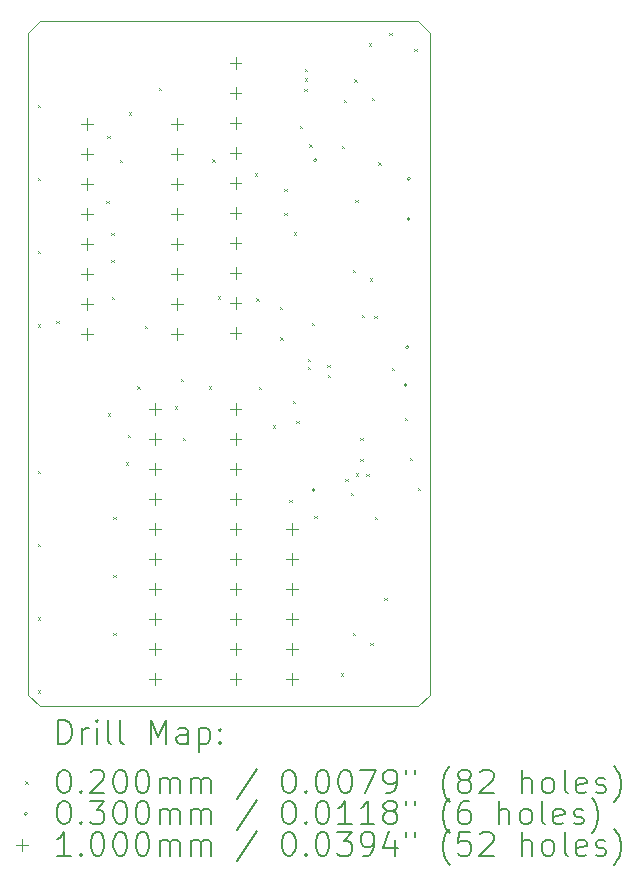
<source format=gbr>
%TF.GenerationSoftware,KiCad,Pcbnew,8.0.5*%
%TF.CreationDate,2024-11-12T16:02:26-04:00*%
%TF.ProjectId,RAMAUXB_V2_Github,52414d41-5558-4425-9f56-325f47697468,rev?*%
%TF.SameCoordinates,Original*%
%TF.FileFunction,Drillmap*%
%TF.FilePolarity,Positive*%
%FSLAX45Y45*%
G04 Gerber Fmt 4.5, Leading zero omitted, Abs format (unit mm)*
G04 Created by KiCad (PCBNEW 8.0.5) date 2024-11-12 16:02:26*
%MOMM*%
%LPD*%
G01*
G04 APERTURE LIST*
%ADD10C,0.100000*%
%ADD11C,0.200000*%
G04 APERTURE END LIST*
D10*
X11000000Y-8803000D02*
X7800000Y-8803000D01*
X11100000Y-8903000D02*
X11100000Y-14504000D01*
X7799000Y-14604000D02*
X7800000Y-14604000D01*
X11100000Y-14504000D02*
X11000000Y-14604000D01*
X7699000Y-14504000D02*
X7799000Y-14604000D01*
X7800000Y-8803000D02*
X7700000Y-8903000D01*
X7699000Y-8903000D02*
X7699000Y-14504000D01*
X7700000Y-8903000D02*
X7699000Y-8903000D01*
X11000000Y-8803000D02*
X11100000Y-8903000D01*
X11000000Y-14604000D02*
X7800000Y-14604000D01*
D11*
D10*
X7783000Y-9509000D02*
X7803000Y-9529000D01*
X7803000Y-9509000D02*
X7783000Y-9529000D01*
X7783000Y-10129125D02*
X7803000Y-10149125D01*
X7803000Y-10129125D02*
X7783000Y-10149125D01*
X7783000Y-10749250D02*
X7803000Y-10769250D01*
X7803000Y-10749250D02*
X7783000Y-10769250D01*
X7783000Y-11369375D02*
X7803000Y-11389375D01*
X7803000Y-11369375D02*
X7783000Y-11389375D01*
X7783000Y-12609625D02*
X7803000Y-12629625D01*
X7803000Y-12609625D02*
X7783000Y-12629625D01*
X7783000Y-13229750D02*
X7803000Y-13249750D01*
X7803000Y-13229750D02*
X7783000Y-13249750D01*
X7783000Y-13849875D02*
X7803000Y-13869875D01*
X7803000Y-13849875D02*
X7783000Y-13869875D01*
X7783000Y-14467250D02*
X7803000Y-14487250D01*
X7803000Y-14467250D02*
X7783000Y-14487250D01*
X7937000Y-11340000D02*
X7957000Y-11360000D01*
X7957000Y-11340000D02*
X7937000Y-11360000D01*
X8362000Y-10323000D02*
X8382000Y-10343000D01*
X8382000Y-10323000D02*
X8362000Y-10343000D01*
X8370000Y-9771000D02*
X8390000Y-9791000D01*
X8390000Y-9771000D02*
X8370000Y-9791000D01*
X8376000Y-12123000D02*
X8396000Y-12143000D01*
X8396000Y-12123000D02*
X8376000Y-12143000D01*
X8404000Y-10593000D02*
X8424000Y-10613000D01*
X8424000Y-10593000D02*
X8404000Y-10613000D01*
X8404000Y-10824000D02*
X8424000Y-10844000D01*
X8424000Y-10824000D02*
X8404000Y-10844000D01*
X8405000Y-11138000D02*
X8425000Y-11158000D01*
X8425000Y-11138000D02*
X8405000Y-11158000D01*
X8419000Y-13000000D02*
X8439000Y-13020000D01*
X8439000Y-13000000D02*
X8419000Y-13020000D01*
X8419000Y-13491000D02*
X8439000Y-13511000D01*
X8439000Y-13491000D02*
X8419000Y-13511000D01*
X8419000Y-13982000D02*
X8439000Y-14002000D01*
X8439000Y-13982000D02*
X8419000Y-14002000D01*
X8475000Y-9977000D02*
X8495000Y-9997000D01*
X8495000Y-9977000D02*
X8475000Y-9997000D01*
X8524940Y-12539520D02*
X8544940Y-12559520D01*
X8544940Y-12539520D02*
X8524940Y-12559520D01*
X8545180Y-12307880D02*
X8565180Y-12327880D01*
X8565180Y-12307880D02*
X8545180Y-12327880D01*
X8552000Y-9576000D02*
X8572000Y-9596000D01*
X8572000Y-9576000D02*
X8552000Y-9596000D01*
X8624000Y-11895000D02*
X8644000Y-11915000D01*
X8644000Y-11895000D02*
X8624000Y-11915000D01*
X8687000Y-11385000D02*
X8707000Y-11405000D01*
X8707000Y-11385000D02*
X8687000Y-11405000D01*
X8805000Y-9366000D02*
X8825000Y-9386000D01*
X8825000Y-9366000D02*
X8805000Y-9386000D01*
X8939000Y-12065000D02*
X8959000Y-12085000D01*
X8959000Y-12065000D02*
X8939000Y-12085000D01*
X8990000Y-11830000D02*
X9010000Y-11850000D01*
X9010000Y-11830000D02*
X8990000Y-11850000D01*
X9009700Y-12329000D02*
X9029700Y-12349000D01*
X9029700Y-12329000D02*
X9009700Y-12349000D01*
X9229000Y-11894000D02*
X9249000Y-11914000D01*
X9249000Y-11894000D02*
X9229000Y-11914000D01*
X9256890Y-9973810D02*
X9276890Y-9993810D01*
X9276890Y-9973810D02*
X9256890Y-9993810D01*
X9304650Y-11131340D02*
X9324650Y-11151340D01*
X9324650Y-11131340D02*
X9304650Y-11151340D01*
X9619500Y-10090000D02*
X9639500Y-10110000D01*
X9639500Y-10090000D02*
X9619500Y-10110000D01*
X9630000Y-11150000D02*
X9650000Y-11170000D01*
X9650000Y-11150000D02*
X9630000Y-11170000D01*
X9652000Y-11900000D02*
X9672000Y-11920000D01*
X9672000Y-11900000D02*
X9652000Y-11920000D01*
X9770000Y-12224000D02*
X9790000Y-12244000D01*
X9790000Y-12224000D02*
X9770000Y-12244000D01*
X9830000Y-11220000D02*
X9850000Y-11240000D01*
X9850000Y-11220000D02*
X9830000Y-11240000D01*
X9835000Y-11479000D02*
X9855000Y-11499000D01*
X9855000Y-11479000D02*
X9835000Y-11499000D01*
X9867000Y-10220000D02*
X9887000Y-10240000D01*
X9887000Y-10220000D02*
X9867000Y-10240000D01*
X9868000Y-10425000D02*
X9888000Y-10445000D01*
X9888000Y-10425000D02*
X9868000Y-10445000D01*
X9911470Y-12854591D02*
X9931470Y-12874591D01*
X9931470Y-12854591D02*
X9911470Y-12874591D01*
X9938000Y-12015000D02*
X9958000Y-12035000D01*
X9958000Y-12015000D02*
X9938000Y-12035000D01*
X9949500Y-10590000D02*
X9969500Y-10610000D01*
X9969500Y-10590000D02*
X9949500Y-10610000D01*
X9968000Y-12187000D02*
X9988000Y-12207000D01*
X9988000Y-12187000D02*
X9968000Y-12207000D01*
X9999060Y-9689560D02*
X10019060Y-9709560D01*
X10019060Y-9689560D02*
X9999060Y-9709560D01*
X10038000Y-9375000D02*
X10058000Y-9395000D01*
X10058000Y-9375000D02*
X10038000Y-9395000D01*
X10039000Y-9287000D02*
X10059000Y-9307000D01*
X10059000Y-9287000D02*
X10039000Y-9307000D01*
X10041000Y-9209000D02*
X10061000Y-9229000D01*
X10061000Y-9209000D02*
X10041000Y-9229000D01*
X10064000Y-11661000D02*
X10084000Y-11681000D01*
X10084000Y-11661000D02*
X10064000Y-11681000D01*
X10064000Y-11731000D02*
X10084000Y-11751000D01*
X10084000Y-11731000D02*
X10064000Y-11751000D01*
X10078550Y-9845170D02*
X10098550Y-9865170D01*
X10098550Y-9845170D02*
X10078550Y-9865170D01*
X10101808Y-11355079D02*
X10121808Y-11375079D01*
X10121808Y-11355079D02*
X10101808Y-11375079D01*
X10121000Y-12991000D02*
X10141000Y-13011000D01*
X10141000Y-12991000D02*
X10121000Y-13011000D01*
X10232500Y-11713234D02*
X10252500Y-11733234D01*
X10252500Y-11713234D02*
X10232500Y-11733234D01*
X10235500Y-11797000D02*
X10255500Y-11817000D01*
X10255500Y-11797000D02*
X10235500Y-11817000D01*
X10346000Y-14326000D02*
X10366000Y-14346000D01*
X10366000Y-14326000D02*
X10346000Y-14346000D01*
X10353000Y-9861000D02*
X10373000Y-9881000D01*
X10373000Y-9861000D02*
X10353000Y-9881000D01*
X10373000Y-9468000D02*
X10393000Y-9488000D01*
X10393000Y-9468000D02*
X10373000Y-9488000D01*
X10383017Y-12677611D02*
X10403017Y-12697611D01*
X10403017Y-12677611D02*
X10383017Y-12697611D01*
X10433000Y-12797000D02*
X10453000Y-12817000D01*
X10453000Y-12797000D02*
X10433000Y-12817000D01*
X10448000Y-13981000D02*
X10468000Y-14001000D01*
X10468000Y-13981000D02*
X10448000Y-14001000D01*
X10449291Y-10910709D02*
X10469291Y-10930709D01*
X10469291Y-10910709D02*
X10449291Y-10930709D01*
X10461500Y-9294760D02*
X10481500Y-9314760D01*
X10481500Y-9294760D02*
X10461500Y-9314760D01*
X10469000Y-10318000D02*
X10489000Y-10338000D01*
X10489000Y-10318000D02*
X10469000Y-10338000D01*
X10474000Y-12630500D02*
X10494000Y-12650500D01*
X10494000Y-12630500D02*
X10474000Y-12650500D01*
X10510000Y-12330000D02*
X10530000Y-12350000D01*
X10530000Y-12330000D02*
X10510000Y-12350000D01*
X10510000Y-12506000D02*
X10530000Y-12526000D01*
X10530000Y-12506000D02*
X10510000Y-12526000D01*
X10523500Y-11288500D02*
X10543500Y-11308500D01*
X10543500Y-11288500D02*
X10523500Y-11308500D01*
X10563500Y-12635500D02*
X10583500Y-12655500D01*
X10583500Y-12635500D02*
X10563500Y-12655500D01*
X10583000Y-8989000D02*
X10603000Y-9009000D01*
X10603000Y-8989000D02*
X10583000Y-9009000D01*
X10590000Y-10980000D02*
X10610000Y-11000000D01*
X10610000Y-10980000D02*
X10590000Y-11000000D01*
X10595500Y-14068000D02*
X10615500Y-14088000D01*
X10615500Y-14068000D02*
X10595500Y-14088000D01*
X10606500Y-9451000D02*
X10626500Y-9471000D01*
X10626500Y-9451000D02*
X10606500Y-9471000D01*
X10628709Y-11297291D02*
X10648709Y-11317291D01*
X10648709Y-11297291D02*
X10628709Y-11317291D01*
X10632000Y-13002000D02*
X10652000Y-13022000D01*
X10652000Y-13002000D02*
X10632000Y-13022000D01*
X10663000Y-9999000D02*
X10683000Y-10019000D01*
X10683000Y-9999000D02*
X10663000Y-10019000D01*
X10714000Y-13686000D02*
X10734000Y-13706000D01*
X10734000Y-13686000D02*
X10714000Y-13706000D01*
X10756000Y-8900000D02*
X10776000Y-8920000D01*
X10776000Y-8900000D02*
X10756000Y-8920000D01*
X10780000Y-11737000D02*
X10800000Y-11757000D01*
X10800000Y-11737000D02*
X10780000Y-11757000D01*
X10887758Y-12159758D02*
X10907758Y-12179758D01*
X10907758Y-12159758D02*
X10887758Y-12179758D01*
X10931500Y-12498000D02*
X10951500Y-12518000D01*
X10951500Y-12498000D02*
X10931500Y-12518000D01*
X10968000Y-9037000D02*
X10988000Y-9057000D01*
X10988000Y-9037000D02*
X10968000Y-9057000D01*
X11000000Y-12756000D02*
X11020000Y-12776000D01*
X11020000Y-12756000D02*
X11000000Y-12776000D01*
X10130000Y-12774000D02*
G75*
G02*
X10100000Y-12774000I-15000J0D01*
G01*
X10100000Y-12774000D02*
G75*
G02*
X10130000Y-12774000I15000J0D01*
G01*
X10145000Y-9980000D02*
G75*
G02*
X10115000Y-9980000I-15000J0D01*
G01*
X10115000Y-9980000D02*
G75*
G02*
X10145000Y-9980000I15000J0D01*
G01*
X10909000Y-11883000D02*
G75*
G02*
X10879000Y-11883000I-15000J0D01*
G01*
X10879000Y-11883000D02*
G75*
G02*
X10909000Y-11883000I15000J0D01*
G01*
X10925000Y-11562981D02*
G75*
G02*
X10895000Y-11562981I-15000J0D01*
G01*
X10895000Y-11562981D02*
G75*
G02*
X10925000Y-11562981I15000J0D01*
G01*
X10933000Y-10478000D02*
G75*
G02*
X10903000Y-10478000I-15000J0D01*
G01*
X10903000Y-10478000D02*
G75*
G02*
X10933000Y-10478000I15000J0D01*
G01*
X10935000Y-10137000D02*
G75*
G02*
X10905000Y-10137000I-15000J0D01*
G01*
X10905000Y-10137000D02*
G75*
G02*
X10935000Y-10137000I15000J0D01*
G01*
X8199500Y-9623500D02*
X8199500Y-9723500D01*
X8149500Y-9673500D02*
X8249500Y-9673500D01*
X8199500Y-9877500D02*
X8199500Y-9977500D01*
X8149500Y-9927500D02*
X8249500Y-9927500D01*
X8199500Y-10131500D02*
X8199500Y-10231500D01*
X8149500Y-10181500D02*
X8249500Y-10181500D01*
X8199500Y-10385500D02*
X8199500Y-10485500D01*
X8149500Y-10435500D02*
X8249500Y-10435500D01*
X8199500Y-10639500D02*
X8199500Y-10739500D01*
X8149500Y-10689500D02*
X8249500Y-10689500D01*
X8199500Y-10893500D02*
X8199500Y-10993500D01*
X8149500Y-10943500D02*
X8249500Y-10943500D01*
X8199500Y-11147500D02*
X8199500Y-11247500D01*
X8149500Y-11197500D02*
X8249500Y-11197500D01*
X8199500Y-11403000D02*
X8199500Y-11503000D01*
X8149500Y-11453000D02*
X8249500Y-11453000D01*
X8770000Y-12035500D02*
X8770000Y-12135500D01*
X8720000Y-12085500D02*
X8820000Y-12085500D01*
X8770000Y-12289500D02*
X8770000Y-12389500D01*
X8720000Y-12339500D02*
X8820000Y-12339500D01*
X8770000Y-12543500D02*
X8770000Y-12643500D01*
X8720000Y-12593500D02*
X8820000Y-12593500D01*
X8770000Y-12797500D02*
X8770000Y-12897500D01*
X8720000Y-12847500D02*
X8820000Y-12847500D01*
X8770000Y-13051500D02*
X8770000Y-13151500D01*
X8720000Y-13101500D02*
X8820000Y-13101500D01*
X8770000Y-13305500D02*
X8770000Y-13405500D01*
X8720000Y-13355500D02*
X8820000Y-13355500D01*
X8770000Y-13559500D02*
X8770000Y-13659500D01*
X8720000Y-13609500D02*
X8820000Y-13609500D01*
X8770000Y-13813500D02*
X8770000Y-13913500D01*
X8720000Y-13863500D02*
X8820000Y-13863500D01*
X8770000Y-14067500D02*
X8770000Y-14167500D01*
X8720000Y-14117500D02*
X8820000Y-14117500D01*
X8770000Y-14321500D02*
X8770000Y-14421500D01*
X8720000Y-14371500D02*
X8820000Y-14371500D01*
X8961500Y-9623500D02*
X8961500Y-9723500D01*
X8911500Y-9673500D02*
X9011500Y-9673500D01*
X8961500Y-9877500D02*
X8961500Y-9977500D01*
X8911500Y-9927500D02*
X9011500Y-9927500D01*
X8961500Y-10131500D02*
X8961500Y-10231500D01*
X8911500Y-10181500D02*
X9011500Y-10181500D01*
X8961500Y-10385500D02*
X8961500Y-10485500D01*
X8911500Y-10435500D02*
X9011500Y-10435500D01*
X8961500Y-10639500D02*
X8961500Y-10739500D01*
X8911500Y-10689500D02*
X9011500Y-10689500D01*
X8961500Y-10893500D02*
X8961500Y-10993500D01*
X8911500Y-10943500D02*
X9011500Y-10943500D01*
X8961500Y-11147500D02*
X8961500Y-11247500D01*
X8911500Y-11197500D02*
X9011500Y-11197500D01*
X8961500Y-11401500D02*
X8961500Y-11501500D01*
X8911500Y-11451500D02*
X9011500Y-11451500D01*
X9455000Y-9105000D02*
X9455000Y-9205000D01*
X9405000Y-9155000D02*
X9505000Y-9155000D01*
X9455000Y-9359000D02*
X9455000Y-9459000D01*
X9405000Y-9409000D02*
X9505000Y-9409000D01*
X9455000Y-9613000D02*
X9455000Y-9713000D01*
X9405000Y-9663000D02*
X9505000Y-9663000D01*
X9455000Y-9867000D02*
X9455000Y-9967000D01*
X9405000Y-9917000D02*
X9505000Y-9917000D01*
X9455000Y-10121000D02*
X9455000Y-10221000D01*
X9405000Y-10171000D02*
X9505000Y-10171000D01*
X9455000Y-10375000D02*
X9455000Y-10475000D01*
X9405000Y-10425000D02*
X9505000Y-10425000D01*
X9455000Y-10629000D02*
X9455000Y-10729000D01*
X9405000Y-10679000D02*
X9505000Y-10679000D01*
X9455000Y-10883000D02*
X9455000Y-10983000D01*
X9405000Y-10933000D02*
X9505000Y-10933000D01*
X9455000Y-11137000D02*
X9455000Y-11237000D01*
X9405000Y-11187000D02*
X9505000Y-11187000D01*
X9455000Y-11391000D02*
X9455000Y-11491000D01*
X9405000Y-11441000D02*
X9505000Y-11441000D01*
X9455000Y-12035000D02*
X9455000Y-12135000D01*
X9405000Y-12085000D02*
X9505000Y-12085000D01*
X9455000Y-12289000D02*
X9455000Y-12389000D01*
X9405000Y-12339000D02*
X9505000Y-12339000D01*
X9455000Y-12543000D02*
X9455000Y-12643000D01*
X9405000Y-12593000D02*
X9505000Y-12593000D01*
X9455000Y-12797000D02*
X9455000Y-12897000D01*
X9405000Y-12847000D02*
X9505000Y-12847000D01*
X9455000Y-13051000D02*
X9455000Y-13151000D01*
X9405000Y-13101000D02*
X9505000Y-13101000D01*
X9455000Y-13305000D02*
X9455000Y-13405000D01*
X9405000Y-13355000D02*
X9505000Y-13355000D01*
X9455000Y-13559000D02*
X9455000Y-13659000D01*
X9405000Y-13609000D02*
X9505000Y-13609000D01*
X9455000Y-13813000D02*
X9455000Y-13913000D01*
X9405000Y-13863000D02*
X9505000Y-13863000D01*
X9455000Y-14067000D02*
X9455000Y-14167000D01*
X9405000Y-14117000D02*
X9505000Y-14117000D01*
X9455000Y-14321000D02*
X9455000Y-14421000D01*
X9405000Y-14371000D02*
X9505000Y-14371000D01*
X9932500Y-13052500D02*
X9932500Y-13152500D01*
X9882500Y-13102500D02*
X9982500Y-13102500D01*
X9932500Y-13306500D02*
X9932500Y-13406500D01*
X9882500Y-13356500D02*
X9982500Y-13356500D01*
X9932500Y-13560500D02*
X9932500Y-13660500D01*
X9882500Y-13610500D02*
X9982500Y-13610500D01*
X9932500Y-13814500D02*
X9932500Y-13914500D01*
X9882500Y-13864500D02*
X9982500Y-13864500D01*
X9932500Y-14068500D02*
X9932500Y-14168500D01*
X9882500Y-14118500D02*
X9982500Y-14118500D01*
X9932500Y-14322500D02*
X9932500Y-14422500D01*
X9882500Y-14372500D02*
X9982500Y-14372500D01*
D11*
X7954777Y-14920484D02*
X7954777Y-14720484D01*
X7954777Y-14720484D02*
X8002396Y-14720484D01*
X8002396Y-14720484D02*
X8030967Y-14730008D01*
X8030967Y-14730008D02*
X8050015Y-14749055D01*
X8050015Y-14749055D02*
X8059539Y-14768103D01*
X8059539Y-14768103D02*
X8069062Y-14806198D01*
X8069062Y-14806198D02*
X8069062Y-14834769D01*
X8069062Y-14834769D02*
X8059539Y-14872865D01*
X8059539Y-14872865D02*
X8050015Y-14891912D01*
X8050015Y-14891912D02*
X8030967Y-14910960D01*
X8030967Y-14910960D02*
X8002396Y-14920484D01*
X8002396Y-14920484D02*
X7954777Y-14920484D01*
X8154777Y-14920484D02*
X8154777Y-14787150D01*
X8154777Y-14825246D02*
X8164301Y-14806198D01*
X8164301Y-14806198D02*
X8173824Y-14796674D01*
X8173824Y-14796674D02*
X8192872Y-14787150D01*
X8192872Y-14787150D02*
X8211920Y-14787150D01*
X8278586Y-14920484D02*
X8278586Y-14787150D01*
X8278586Y-14720484D02*
X8269062Y-14730008D01*
X8269062Y-14730008D02*
X8278586Y-14739531D01*
X8278586Y-14739531D02*
X8288110Y-14730008D01*
X8288110Y-14730008D02*
X8278586Y-14720484D01*
X8278586Y-14720484D02*
X8278586Y-14739531D01*
X8402396Y-14920484D02*
X8383348Y-14910960D01*
X8383348Y-14910960D02*
X8373824Y-14891912D01*
X8373824Y-14891912D02*
X8373824Y-14720484D01*
X8507158Y-14920484D02*
X8488110Y-14910960D01*
X8488110Y-14910960D02*
X8478586Y-14891912D01*
X8478586Y-14891912D02*
X8478586Y-14720484D01*
X8735729Y-14920484D02*
X8735729Y-14720484D01*
X8735729Y-14720484D02*
X8802396Y-14863341D01*
X8802396Y-14863341D02*
X8869063Y-14720484D01*
X8869063Y-14720484D02*
X8869063Y-14920484D01*
X9050015Y-14920484D02*
X9050015Y-14815722D01*
X9050015Y-14815722D02*
X9040491Y-14796674D01*
X9040491Y-14796674D02*
X9021444Y-14787150D01*
X9021444Y-14787150D02*
X8983348Y-14787150D01*
X8983348Y-14787150D02*
X8964301Y-14796674D01*
X9050015Y-14910960D02*
X9030967Y-14920484D01*
X9030967Y-14920484D02*
X8983348Y-14920484D01*
X8983348Y-14920484D02*
X8964301Y-14910960D01*
X8964301Y-14910960D02*
X8954777Y-14891912D01*
X8954777Y-14891912D02*
X8954777Y-14872865D01*
X8954777Y-14872865D02*
X8964301Y-14853817D01*
X8964301Y-14853817D02*
X8983348Y-14844293D01*
X8983348Y-14844293D02*
X9030967Y-14844293D01*
X9030967Y-14844293D02*
X9050015Y-14834769D01*
X9145253Y-14787150D02*
X9145253Y-14987150D01*
X9145253Y-14796674D02*
X9164301Y-14787150D01*
X9164301Y-14787150D02*
X9202396Y-14787150D01*
X9202396Y-14787150D02*
X9221444Y-14796674D01*
X9221444Y-14796674D02*
X9230967Y-14806198D01*
X9230967Y-14806198D02*
X9240491Y-14825246D01*
X9240491Y-14825246D02*
X9240491Y-14882388D01*
X9240491Y-14882388D02*
X9230967Y-14901436D01*
X9230967Y-14901436D02*
X9221444Y-14910960D01*
X9221444Y-14910960D02*
X9202396Y-14920484D01*
X9202396Y-14920484D02*
X9164301Y-14920484D01*
X9164301Y-14920484D02*
X9145253Y-14910960D01*
X9326205Y-14901436D02*
X9335729Y-14910960D01*
X9335729Y-14910960D02*
X9326205Y-14920484D01*
X9326205Y-14920484D02*
X9316682Y-14910960D01*
X9316682Y-14910960D02*
X9326205Y-14901436D01*
X9326205Y-14901436D02*
X9326205Y-14920484D01*
X9326205Y-14796674D02*
X9335729Y-14806198D01*
X9335729Y-14806198D02*
X9326205Y-14815722D01*
X9326205Y-14815722D02*
X9316682Y-14806198D01*
X9316682Y-14806198D02*
X9326205Y-14796674D01*
X9326205Y-14796674D02*
X9326205Y-14815722D01*
D10*
X7674000Y-15239000D02*
X7694000Y-15259000D01*
X7694000Y-15239000D02*
X7674000Y-15259000D01*
D11*
X7992872Y-15140484D02*
X8011920Y-15140484D01*
X8011920Y-15140484D02*
X8030967Y-15150008D01*
X8030967Y-15150008D02*
X8040491Y-15159531D01*
X8040491Y-15159531D02*
X8050015Y-15178579D01*
X8050015Y-15178579D02*
X8059539Y-15216674D01*
X8059539Y-15216674D02*
X8059539Y-15264293D01*
X8059539Y-15264293D02*
X8050015Y-15302388D01*
X8050015Y-15302388D02*
X8040491Y-15321436D01*
X8040491Y-15321436D02*
X8030967Y-15330960D01*
X8030967Y-15330960D02*
X8011920Y-15340484D01*
X8011920Y-15340484D02*
X7992872Y-15340484D01*
X7992872Y-15340484D02*
X7973824Y-15330960D01*
X7973824Y-15330960D02*
X7964301Y-15321436D01*
X7964301Y-15321436D02*
X7954777Y-15302388D01*
X7954777Y-15302388D02*
X7945253Y-15264293D01*
X7945253Y-15264293D02*
X7945253Y-15216674D01*
X7945253Y-15216674D02*
X7954777Y-15178579D01*
X7954777Y-15178579D02*
X7964301Y-15159531D01*
X7964301Y-15159531D02*
X7973824Y-15150008D01*
X7973824Y-15150008D02*
X7992872Y-15140484D01*
X8145253Y-15321436D02*
X8154777Y-15330960D01*
X8154777Y-15330960D02*
X8145253Y-15340484D01*
X8145253Y-15340484D02*
X8135729Y-15330960D01*
X8135729Y-15330960D02*
X8145253Y-15321436D01*
X8145253Y-15321436D02*
X8145253Y-15340484D01*
X8230967Y-15159531D02*
X8240491Y-15150008D01*
X8240491Y-15150008D02*
X8259539Y-15140484D01*
X8259539Y-15140484D02*
X8307158Y-15140484D01*
X8307158Y-15140484D02*
X8326205Y-15150008D01*
X8326205Y-15150008D02*
X8335729Y-15159531D01*
X8335729Y-15159531D02*
X8345253Y-15178579D01*
X8345253Y-15178579D02*
X8345253Y-15197627D01*
X8345253Y-15197627D02*
X8335729Y-15226198D01*
X8335729Y-15226198D02*
X8221443Y-15340484D01*
X8221443Y-15340484D02*
X8345253Y-15340484D01*
X8469063Y-15140484D02*
X8488110Y-15140484D01*
X8488110Y-15140484D02*
X8507158Y-15150008D01*
X8507158Y-15150008D02*
X8516682Y-15159531D01*
X8516682Y-15159531D02*
X8526205Y-15178579D01*
X8526205Y-15178579D02*
X8535729Y-15216674D01*
X8535729Y-15216674D02*
X8535729Y-15264293D01*
X8535729Y-15264293D02*
X8526205Y-15302388D01*
X8526205Y-15302388D02*
X8516682Y-15321436D01*
X8516682Y-15321436D02*
X8507158Y-15330960D01*
X8507158Y-15330960D02*
X8488110Y-15340484D01*
X8488110Y-15340484D02*
X8469063Y-15340484D01*
X8469063Y-15340484D02*
X8450015Y-15330960D01*
X8450015Y-15330960D02*
X8440491Y-15321436D01*
X8440491Y-15321436D02*
X8430967Y-15302388D01*
X8430967Y-15302388D02*
X8421444Y-15264293D01*
X8421444Y-15264293D02*
X8421444Y-15216674D01*
X8421444Y-15216674D02*
X8430967Y-15178579D01*
X8430967Y-15178579D02*
X8440491Y-15159531D01*
X8440491Y-15159531D02*
X8450015Y-15150008D01*
X8450015Y-15150008D02*
X8469063Y-15140484D01*
X8659539Y-15140484D02*
X8678586Y-15140484D01*
X8678586Y-15140484D02*
X8697634Y-15150008D01*
X8697634Y-15150008D02*
X8707158Y-15159531D01*
X8707158Y-15159531D02*
X8716682Y-15178579D01*
X8716682Y-15178579D02*
X8726205Y-15216674D01*
X8726205Y-15216674D02*
X8726205Y-15264293D01*
X8726205Y-15264293D02*
X8716682Y-15302388D01*
X8716682Y-15302388D02*
X8707158Y-15321436D01*
X8707158Y-15321436D02*
X8697634Y-15330960D01*
X8697634Y-15330960D02*
X8678586Y-15340484D01*
X8678586Y-15340484D02*
X8659539Y-15340484D01*
X8659539Y-15340484D02*
X8640491Y-15330960D01*
X8640491Y-15330960D02*
X8630967Y-15321436D01*
X8630967Y-15321436D02*
X8621444Y-15302388D01*
X8621444Y-15302388D02*
X8611920Y-15264293D01*
X8611920Y-15264293D02*
X8611920Y-15216674D01*
X8611920Y-15216674D02*
X8621444Y-15178579D01*
X8621444Y-15178579D02*
X8630967Y-15159531D01*
X8630967Y-15159531D02*
X8640491Y-15150008D01*
X8640491Y-15150008D02*
X8659539Y-15140484D01*
X8811920Y-15340484D02*
X8811920Y-15207150D01*
X8811920Y-15226198D02*
X8821444Y-15216674D01*
X8821444Y-15216674D02*
X8840491Y-15207150D01*
X8840491Y-15207150D02*
X8869063Y-15207150D01*
X8869063Y-15207150D02*
X8888110Y-15216674D01*
X8888110Y-15216674D02*
X8897634Y-15235722D01*
X8897634Y-15235722D02*
X8897634Y-15340484D01*
X8897634Y-15235722D02*
X8907158Y-15216674D01*
X8907158Y-15216674D02*
X8926205Y-15207150D01*
X8926205Y-15207150D02*
X8954777Y-15207150D01*
X8954777Y-15207150D02*
X8973825Y-15216674D01*
X8973825Y-15216674D02*
X8983348Y-15235722D01*
X8983348Y-15235722D02*
X8983348Y-15340484D01*
X9078586Y-15340484D02*
X9078586Y-15207150D01*
X9078586Y-15226198D02*
X9088110Y-15216674D01*
X9088110Y-15216674D02*
X9107158Y-15207150D01*
X9107158Y-15207150D02*
X9135729Y-15207150D01*
X9135729Y-15207150D02*
X9154777Y-15216674D01*
X9154777Y-15216674D02*
X9164301Y-15235722D01*
X9164301Y-15235722D02*
X9164301Y-15340484D01*
X9164301Y-15235722D02*
X9173825Y-15216674D01*
X9173825Y-15216674D02*
X9192872Y-15207150D01*
X9192872Y-15207150D02*
X9221444Y-15207150D01*
X9221444Y-15207150D02*
X9240491Y-15216674D01*
X9240491Y-15216674D02*
X9250015Y-15235722D01*
X9250015Y-15235722D02*
X9250015Y-15340484D01*
X9640491Y-15130960D02*
X9469063Y-15388103D01*
X9897634Y-15140484D02*
X9916682Y-15140484D01*
X9916682Y-15140484D02*
X9935729Y-15150008D01*
X9935729Y-15150008D02*
X9945253Y-15159531D01*
X9945253Y-15159531D02*
X9954777Y-15178579D01*
X9954777Y-15178579D02*
X9964301Y-15216674D01*
X9964301Y-15216674D02*
X9964301Y-15264293D01*
X9964301Y-15264293D02*
X9954777Y-15302388D01*
X9954777Y-15302388D02*
X9945253Y-15321436D01*
X9945253Y-15321436D02*
X9935729Y-15330960D01*
X9935729Y-15330960D02*
X9916682Y-15340484D01*
X9916682Y-15340484D02*
X9897634Y-15340484D01*
X9897634Y-15340484D02*
X9878587Y-15330960D01*
X9878587Y-15330960D02*
X9869063Y-15321436D01*
X9869063Y-15321436D02*
X9859539Y-15302388D01*
X9859539Y-15302388D02*
X9850015Y-15264293D01*
X9850015Y-15264293D02*
X9850015Y-15216674D01*
X9850015Y-15216674D02*
X9859539Y-15178579D01*
X9859539Y-15178579D02*
X9869063Y-15159531D01*
X9869063Y-15159531D02*
X9878587Y-15150008D01*
X9878587Y-15150008D02*
X9897634Y-15140484D01*
X10050015Y-15321436D02*
X10059539Y-15330960D01*
X10059539Y-15330960D02*
X10050015Y-15340484D01*
X10050015Y-15340484D02*
X10040491Y-15330960D01*
X10040491Y-15330960D02*
X10050015Y-15321436D01*
X10050015Y-15321436D02*
X10050015Y-15340484D01*
X10183348Y-15140484D02*
X10202396Y-15140484D01*
X10202396Y-15140484D02*
X10221444Y-15150008D01*
X10221444Y-15150008D02*
X10230968Y-15159531D01*
X10230968Y-15159531D02*
X10240491Y-15178579D01*
X10240491Y-15178579D02*
X10250015Y-15216674D01*
X10250015Y-15216674D02*
X10250015Y-15264293D01*
X10250015Y-15264293D02*
X10240491Y-15302388D01*
X10240491Y-15302388D02*
X10230968Y-15321436D01*
X10230968Y-15321436D02*
X10221444Y-15330960D01*
X10221444Y-15330960D02*
X10202396Y-15340484D01*
X10202396Y-15340484D02*
X10183348Y-15340484D01*
X10183348Y-15340484D02*
X10164301Y-15330960D01*
X10164301Y-15330960D02*
X10154777Y-15321436D01*
X10154777Y-15321436D02*
X10145253Y-15302388D01*
X10145253Y-15302388D02*
X10135729Y-15264293D01*
X10135729Y-15264293D02*
X10135729Y-15216674D01*
X10135729Y-15216674D02*
X10145253Y-15178579D01*
X10145253Y-15178579D02*
X10154777Y-15159531D01*
X10154777Y-15159531D02*
X10164301Y-15150008D01*
X10164301Y-15150008D02*
X10183348Y-15140484D01*
X10373825Y-15140484D02*
X10392872Y-15140484D01*
X10392872Y-15140484D02*
X10411920Y-15150008D01*
X10411920Y-15150008D02*
X10421444Y-15159531D01*
X10421444Y-15159531D02*
X10430968Y-15178579D01*
X10430968Y-15178579D02*
X10440491Y-15216674D01*
X10440491Y-15216674D02*
X10440491Y-15264293D01*
X10440491Y-15264293D02*
X10430968Y-15302388D01*
X10430968Y-15302388D02*
X10421444Y-15321436D01*
X10421444Y-15321436D02*
X10411920Y-15330960D01*
X10411920Y-15330960D02*
X10392872Y-15340484D01*
X10392872Y-15340484D02*
X10373825Y-15340484D01*
X10373825Y-15340484D02*
X10354777Y-15330960D01*
X10354777Y-15330960D02*
X10345253Y-15321436D01*
X10345253Y-15321436D02*
X10335729Y-15302388D01*
X10335729Y-15302388D02*
X10326206Y-15264293D01*
X10326206Y-15264293D02*
X10326206Y-15216674D01*
X10326206Y-15216674D02*
X10335729Y-15178579D01*
X10335729Y-15178579D02*
X10345253Y-15159531D01*
X10345253Y-15159531D02*
X10354777Y-15150008D01*
X10354777Y-15150008D02*
X10373825Y-15140484D01*
X10507158Y-15140484D02*
X10640491Y-15140484D01*
X10640491Y-15140484D02*
X10554777Y-15340484D01*
X10726206Y-15340484D02*
X10764301Y-15340484D01*
X10764301Y-15340484D02*
X10783349Y-15330960D01*
X10783349Y-15330960D02*
X10792872Y-15321436D01*
X10792872Y-15321436D02*
X10811920Y-15292865D01*
X10811920Y-15292865D02*
X10821444Y-15254769D01*
X10821444Y-15254769D02*
X10821444Y-15178579D01*
X10821444Y-15178579D02*
X10811920Y-15159531D01*
X10811920Y-15159531D02*
X10802396Y-15150008D01*
X10802396Y-15150008D02*
X10783349Y-15140484D01*
X10783349Y-15140484D02*
X10745253Y-15140484D01*
X10745253Y-15140484D02*
X10726206Y-15150008D01*
X10726206Y-15150008D02*
X10716682Y-15159531D01*
X10716682Y-15159531D02*
X10707158Y-15178579D01*
X10707158Y-15178579D02*
X10707158Y-15226198D01*
X10707158Y-15226198D02*
X10716682Y-15245246D01*
X10716682Y-15245246D02*
X10726206Y-15254769D01*
X10726206Y-15254769D02*
X10745253Y-15264293D01*
X10745253Y-15264293D02*
X10783349Y-15264293D01*
X10783349Y-15264293D02*
X10802396Y-15254769D01*
X10802396Y-15254769D02*
X10811920Y-15245246D01*
X10811920Y-15245246D02*
X10821444Y-15226198D01*
X10897634Y-15140484D02*
X10897634Y-15178579D01*
X10973825Y-15140484D02*
X10973825Y-15178579D01*
X11269063Y-15416674D02*
X11259539Y-15407150D01*
X11259539Y-15407150D02*
X11240491Y-15378579D01*
X11240491Y-15378579D02*
X11230968Y-15359531D01*
X11230968Y-15359531D02*
X11221444Y-15330960D01*
X11221444Y-15330960D02*
X11211920Y-15283341D01*
X11211920Y-15283341D02*
X11211920Y-15245246D01*
X11211920Y-15245246D02*
X11221444Y-15197627D01*
X11221444Y-15197627D02*
X11230968Y-15169055D01*
X11230968Y-15169055D02*
X11240491Y-15150008D01*
X11240491Y-15150008D02*
X11259539Y-15121436D01*
X11259539Y-15121436D02*
X11269063Y-15111912D01*
X11373825Y-15226198D02*
X11354777Y-15216674D01*
X11354777Y-15216674D02*
X11345253Y-15207150D01*
X11345253Y-15207150D02*
X11335729Y-15188103D01*
X11335729Y-15188103D02*
X11335729Y-15178579D01*
X11335729Y-15178579D02*
X11345253Y-15159531D01*
X11345253Y-15159531D02*
X11354777Y-15150008D01*
X11354777Y-15150008D02*
X11373825Y-15140484D01*
X11373825Y-15140484D02*
X11411920Y-15140484D01*
X11411920Y-15140484D02*
X11430968Y-15150008D01*
X11430968Y-15150008D02*
X11440491Y-15159531D01*
X11440491Y-15159531D02*
X11450015Y-15178579D01*
X11450015Y-15178579D02*
X11450015Y-15188103D01*
X11450015Y-15188103D02*
X11440491Y-15207150D01*
X11440491Y-15207150D02*
X11430968Y-15216674D01*
X11430968Y-15216674D02*
X11411920Y-15226198D01*
X11411920Y-15226198D02*
X11373825Y-15226198D01*
X11373825Y-15226198D02*
X11354777Y-15235722D01*
X11354777Y-15235722D02*
X11345253Y-15245246D01*
X11345253Y-15245246D02*
X11335729Y-15264293D01*
X11335729Y-15264293D02*
X11335729Y-15302388D01*
X11335729Y-15302388D02*
X11345253Y-15321436D01*
X11345253Y-15321436D02*
X11354777Y-15330960D01*
X11354777Y-15330960D02*
X11373825Y-15340484D01*
X11373825Y-15340484D02*
X11411920Y-15340484D01*
X11411920Y-15340484D02*
X11430968Y-15330960D01*
X11430968Y-15330960D02*
X11440491Y-15321436D01*
X11440491Y-15321436D02*
X11450015Y-15302388D01*
X11450015Y-15302388D02*
X11450015Y-15264293D01*
X11450015Y-15264293D02*
X11440491Y-15245246D01*
X11440491Y-15245246D02*
X11430968Y-15235722D01*
X11430968Y-15235722D02*
X11411920Y-15226198D01*
X11526206Y-15159531D02*
X11535729Y-15150008D01*
X11535729Y-15150008D02*
X11554777Y-15140484D01*
X11554777Y-15140484D02*
X11602396Y-15140484D01*
X11602396Y-15140484D02*
X11621444Y-15150008D01*
X11621444Y-15150008D02*
X11630968Y-15159531D01*
X11630968Y-15159531D02*
X11640491Y-15178579D01*
X11640491Y-15178579D02*
X11640491Y-15197627D01*
X11640491Y-15197627D02*
X11630968Y-15226198D01*
X11630968Y-15226198D02*
X11516682Y-15340484D01*
X11516682Y-15340484D02*
X11640491Y-15340484D01*
X11878587Y-15340484D02*
X11878587Y-15140484D01*
X11964301Y-15340484D02*
X11964301Y-15235722D01*
X11964301Y-15235722D02*
X11954777Y-15216674D01*
X11954777Y-15216674D02*
X11935730Y-15207150D01*
X11935730Y-15207150D02*
X11907158Y-15207150D01*
X11907158Y-15207150D02*
X11888110Y-15216674D01*
X11888110Y-15216674D02*
X11878587Y-15226198D01*
X12088110Y-15340484D02*
X12069063Y-15330960D01*
X12069063Y-15330960D02*
X12059539Y-15321436D01*
X12059539Y-15321436D02*
X12050015Y-15302388D01*
X12050015Y-15302388D02*
X12050015Y-15245246D01*
X12050015Y-15245246D02*
X12059539Y-15226198D01*
X12059539Y-15226198D02*
X12069063Y-15216674D01*
X12069063Y-15216674D02*
X12088110Y-15207150D01*
X12088110Y-15207150D02*
X12116682Y-15207150D01*
X12116682Y-15207150D02*
X12135730Y-15216674D01*
X12135730Y-15216674D02*
X12145253Y-15226198D01*
X12145253Y-15226198D02*
X12154777Y-15245246D01*
X12154777Y-15245246D02*
X12154777Y-15302388D01*
X12154777Y-15302388D02*
X12145253Y-15321436D01*
X12145253Y-15321436D02*
X12135730Y-15330960D01*
X12135730Y-15330960D02*
X12116682Y-15340484D01*
X12116682Y-15340484D02*
X12088110Y-15340484D01*
X12269063Y-15340484D02*
X12250015Y-15330960D01*
X12250015Y-15330960D02*
X12240491Y-15311912D01*
X12240491Y-15311912D02*
X12240491Y-15140484D01*
X12421444Y-15330960D02*
X12402396Y-15340484D01*
X12402396Y-15340484D02*
X12364301Y-15340484D01*
X12364301Y-15340484D02*
X12345253Y-15330960D01*
X12345253Y-15330960D02*
X12335730Y-15311912D01*
X12335730Y-15311912D02*
X12335730Y-15235722D01*
X12335730Y-15235722D02*
X12345253Y-15216674D01*
X12345253Y-15216674D02*
X12364301Y-15207150D01*
X12364301Y-15207150D02*
X12402396Y-15207150D01*
X12402396Y-15207150D02*
X12421444Y-15216674D01*
X12421444Y-15216674D02*
X12430968Y-15235722D01*
X12430968Y-15235722D02*
X12430968Y-15254769D01*
X12430968Y-15254769D02*
X12335730Y-15273817D01*
X12507158Y-15330960D02*
X12526206Y-15340484D01*
X12526206Y-15340484D02*
X12564301Y-15340484D01*
X12564301Y-15340484D02*
X12583349Y-15330960D01*
X12583349Y-15330960D02*
X12592872Y-15311912D01*
X12592872Y-15311912D02*
X12592872Y-15302388D01*
X12592872Y-15302388D02*
X12583349Y-15283341D01*
X12583349Y-15283341D02*
X12564301Y-15273817D01*
X12564301Y-15273817D02*
X12535730Y-15273817D01*
X12535730Y-15273817D02*
X12516682Y-15264293D01*
X12516682Y-15264293D02*
X12507158Y-15245246D01*
X12507158Y-15245246D02*
X12507158Y-15235722D01*
X12507158Y-15235722D02*
X12516682Y-15216674D01*
X12516682Y-15216674D02*
X12535730Y-15207150D01*
X12535730Y-15207150D02*
X12564301Y-15207150D01*
X12564301Y-15207150D02*
X12583349Y-15216674D01*
X12659539Y-15416674D02*
X12669063Y-15407150D01*
X12669063Y-15407150D02*
X12688111Y-15378579D01*
X12688111Y-15378579D02*
X12697634Y-15359531D01*
X12697634Y-15359531D02*
X12707158Y-15330960D01*
X12707158Y-15330960D02*
X12716682Y-15283341D01*
X12716682Y-15283341D02*
X12716682Y-15245246D01*
X12716682Y-15245246D02*
X12707158Y-15197627D01*
X12707158Y-15197627D02*
X12697634Y-15169055D01*
X12697634Y-15169055D02*
X12688111Y-15150008D01*
X12688111Y-15150008D02*
X12669063Y-15121436D01*
X12669063Y-15121436D02*
X12659539Y-15111912D01*
D10*
X7694000Y-15513000D02*
G75*
G02*
X7664000Y-15513000I-15000J0D01*
G01*
X7664000Y-15513000D02*
G75*
G02*
X7694000Y-15513000I15000J0D01*
G01*
D11*
X7992872Y-15404484D02*
X8011920Y-15404484D01*
X8011920Y-15404484D02*
X8030967Y-15414008D01*
X8030967Y-15414008D02*
X8040491Y-15423531D01*
X8040491Y-15423531D02*
X8050015Y-15442579D01*
X8050015Y-15442579D02*
X8059539Y-15480674D01*
X8059539Y-15480674D02*
X8059539Y-15528293D01*
X8059539Y-15528293D02*
X8050015Y-15566388D01*
X8050015Y-15566388D02*
X8040491Y-15585436D01*
X8040491Y-15585436D02*
X8030967Y-15594960D01*
X8030967Y-15594960D02*
X8011920Y-15604484D01*
X8011920Y-15604484D02*
X7992872Y-15604484D01*
X7992872Y-15604484D02*
X7973824Y-15594960D01*
X7973824Y-15594960D02*
X7964301Y-15585436D01*
X7964301Y-15585436D02*
X7954777Y-15566388D01*
X7954777Y-15566388D02*
X7945253Y-15528293D01*
X7945253Y-15528293D02*
X7945253Y-15480674D01*
X7945253Y-15480674D02*
X7954777Y-15442579D01*
X7954777Y-15442579D02*
X7964301Y-15423531D01*
X7964301Y-15423531D02*
X7973824Y-15414008D01*
X7973824Y-15414008D02*
X7992872Y-15404484D01*
X8145253Y-15585436D02*
X8154777Y-15594960D01*
X8154777Y-15594960D02*
X8145253Y-15604484D01*
X8145253Y-15604484D02*
X8135729Y-15594960D01*
X8135729Y-15594960D02*
X8145253Y-15585436D01*
X8145253Y-15585436D02*
X8145253Y-15604484D01*
X8221443Y-15404484D02*
X8345253Y-15404484D01*
X8345253Y-15404484D02*
X8278586Y-15480674D01*
X8278586Y-15480674D02*
X8307158Y-15480674D01*
X8307158Y-15480674D02*
X8326205Y-15490198D01*
X8326205Y-15490198D02*
X8335729Y-15499722D01*
X8335729Y-15499722D02*
X8345253Y-15518769D01*
X8345253Y-15518769D02*
X8345253Y-15566388D01*
X8345253Y-15566388D02*
X8335729Y-15585436D01*
X8335729Y-15585436D02*
X8326205Y-15594960D01*
X8326205Y-15594960D02*
X8307158Y-15604484D01*
X8307158Y-15604484D02*
X8250015Y-15604484D01*
X8250015Y-15604484D02*
X8230967Y-15594960D01*
X8230967Y-15594960D02*
X8221443Y-15585436D01*
X8469063Y-15404484D02*
X8488110Y-15404484D01*
X8488110Y-15404484D02*
X8507158Y-15414008D01*
X8507158Y-15414008D02*
X8516682Y-15423531D01*
X8516682Y-15423531D02*
X8526205Y-15442579D01*
X8526205Y-15442579D02*
X8535729Y-15480674D01*
X8535729Y-15480674D02*
X8535729Y-15528293D01*
X8535729Y-15528293D02*
X8526205Y-15566388D01*
X8526205Y-15566388D02*
X8516682Y-15585436D01*
X8516682Y-15585436D02*
X8507158Y-15594960D01*
X8507158Y-15594960D02*
X8488110Y-15604484D01*
X8488110Y-15604484D02*
X8469063Y-15604484D01*
X8469063Y-15604484D02*
X8450015Y-15594960D01*
X8450015Y-15594960D02*
X8440491Y-15585436D01*
X8440491Y-15585436D02*
X8430967Y-15566388D01*
X8430967Y-15566388D02*
X8421444Y-15528293D01*
X8421444Y-15528293D02*
X8421444Y-15480674D01*
X8421444Y-15480674D02*
X8430967Y-15442579D01*
X8430967Y-15442579D02*
X8440491Y-15423531D01*
X8440491Y-15423531D02*
X8450015Y-15414008D01*
X8450015Y-15414008D02*
X8469063Y-15404484D01*
X8659539Y-15404484D02*
X8678586Y-15404484D01*
X8678586Y-15404484D02*
X8697634Y-15414008D01*
X8697634Y-15414008D02*
X8707158Y-15423531D01*
X8707158Y-15423531D02*
X8716682Y-15442579D01*
X8716682Y-15442579D02*
X8726205Y-15480674D01*
X8726205Y-15480674D02*
X8726205Y-15528293D01*
X8726205Y-15528293D02*
X8716682Y-15566388D01*
X8716682Y-15566388D02*
X8707158Y-15585436D01*
X8707158Y-15585436D02*
X8697634Y-15594960D01*
X8697634Y-15594960D02*
X8678586Y-15604484D01*
X8678586Y-15604484D02*
X8659539Y-15604484D01*
X8659539Y-15604484D02*
X8640491Y-15594960D01*
X8640491Y-15594960D02*
X8630967Y-15585436D01*
X8630967Y-15585436D02*
X8621444Y-15566388D01*
X8621444Y-15566388D02*
X8611920Y-15528293D01*
X8611920Y-15528293D02*
X8611920Y-15480674D01*
X8611920Y-15480674D02*
X8621444Y-15442579D01*
X8621444Y-15442579D02*
X8630967Y-15423531D01*
X8630967Y-15423531D02*
X8640491Y-15414008D01*
X8640491Y-15414008D02*
X8659539Y-15404484D01*
X8811920Y-15604484D02*
X8811920Y-15471150D01*
X8811920Y-15490198D02*
X8821444Y-15480674D01*
X8821444Y-15480674D02*
X8840491Y-15471150D01*
X8840491Y-15471150D02*
X8869063Y-15471150D01*
X8869063Y-15471150D02*
X8888110Y-15480674D01*
X8888110Y-15480674D02*
X8897634Y-15499722D01*
X8897634Y-15499722D02*
X8897634Y-15604484D01*
X8897634Y-15499722D02*
X8907158Y-15480674D01*
X8907158Y-15480674D02*
X8926205Y-15471150D01*
X8926205Y-15471150D02*
X8954777Y-15471150D01*
X8954777Y-15471150D02*
X8973825Y-15480674D01*
X8973825Y-15480674D02*
X8983348Y-15499722D01*
X8983348Y-15499722D02*
X8983348Y-15604484D01*
X9078586Y-15604484D02*
X9078586Y-15471150D01*
X9078586Y-15490198D02*
X9088110Y-15480674D01*
X9088110Y-15480674D02*
X9107158Y-15471150D01*
X9107158Y-15471150D02*
X9135729Y-15471150D01*
X9135729Y-15471150D02*
X9154777Y-15480674D01*
X9154777Y-15480674D02*
X9164301Y-15499722D01*
X9164301Y-15499722D02*
X9164301Y-15604484D01*
X9164301Y-15499722D02*
X9173825Y-15480674D01*
X9173825Y-15480674D02*
X9192872Y-15471150D01*
X9192872Y-15471150D02*
X9221444Y-15471150D01*
X9221444Y-15471150D02*
X9240491Y-15480674D01*
X9240491Y-15480674D02*
X9250015Y-15499722D01*
X9250015Y-15499722D02*
X9250015Y-15604484D01*
X9640491Y-15394960D02*
X9469063Y-15652103D01*
X9897634Y-15404484D02*
X9916682Y-15404484D01*
X9916682Y-15404484D02*
X9935729Y-15414008D01*
X9935729Y-15414008D02*
X9945253Y-15423531D01*
X9945253Y-15423531D02*
X9954777Y-15442579D01*
X9954777Y-15442579D02*
X9964301Y-15480674D01*
X9964301Y-15480674D02*
X9964301Y-15528293D01*
X9964301Y-15528293D02*
X9954777Y-15566388D01*
X9954777Y-15566388D02*
X9945253Y-15585436D01*
X9945253Y-15585436D02*
X9935729Y-15594960D01*
X9935729Y-15594960D02*
X9916682Y-15604484D01*
X9916682Y-15604484D02*
X9897634Y-15604484D01*
X9897634Y-15604484D02*
X9878587Y-15594960D01*
X9878587Y-15594960D02*
X9869063Y-15585436D01*
X9869063Y-15585436D02*
X9859539Y-15566388D01*
X9859539Y-15566388D02*
X9850015Y-15528293D01*
X9850015Y-15528293D02*
X9850015Y-15480674D01*
X9850015Y-15480674D02*
X9859539Y-15442579D01*
X9859539Y-15442579D02*
X9869063Y-15423531D01*
X9869063Y-15423531D02*
X9878587Y-15414008D01*
X9878587Y-15414008D02*
X9897634Y-15404484D01*
X10050015Y-15585436D02*
X10059539Y-15594960D01*
X10059539Y-15594960D02*
X10050015Y-15604484D01*
X10050015Y-15604484D02*
X10040491Y-15594960D01*
X10040491Y-15594960D02*
X10050015Y-15585436D01*
X10050015Y-15585436D02*
X10050015Y-15604484D01*
X10183348Y-15404484D02*
X10202396Y-15404484D01*
X10202396Y-15404484D02*
X10221444Y-15414008D01*
X10221444Y-15414008D02*
X10230968Y-15423531D01*
X10230968Y-15423531D02*
X10240491Y-15442579D01*
X10240491Y-15442579D02*
X10250015Y-15480674D01*
X10250015Y-15480674D02*
X10250015Y-15528293D01*
X10250015Y-15528293D02*
X10240491Y-15566388D01*
X10240491Y-15566388D02*
X10230968Y-15585436D01*
X10230968Y-15585436D02*
X10221444Y-15594960D01*
X10221444Y-15594960D02*
X10202396Y-15604484D01*
X10202396Y-15604484D02*
X10183348Y-15604484D01*
X10183348Y-15604484D02*
X10164301Y-15594960D01*
X10164301Y-15594960D02*
X10154777Y-15585436D01*
X10154777Y-15585436D02*
X10145253Y-15566388D01*
X10145253Y-15566388D02*
X10135729Y-15528293D01*
X10135729Y-15528293D02*
X10135729Y-15480674D01*
X10135729Y-15480674D02*
X10145253Y-15442579D01*
X10145253Y-15442579D02*
X10154777Y-15423531D01*
X10154777Y-15423531D02*
X10164301Y-15414008D01*
X10164301Y-15414008D02*
X10183348Y-15404484D01*
X10440491Y-15604484D02*
X10326206Y-15604484D01*
X10383348Y-15604484D02*
X10383348Y-15404484D01*
X10383348Y-15404484D02*
X10364301Y-15433055D01*
X10364301Y-15433055D02*
X10345253Y-15452103D01*
X10345253Y-15452103D02*
X10326206Y-15461627D01*
X10630968Y-15604484D02*
X10516682Y-15604484D01*
X10573825Y-15604484D02*
X10573825Y-15404484D01*
X10573825Y-15404484D02*
X10554777Y-15433055D01*
X10554777Y-15433055D02*
X10535729Y-15452103D01*
X10535729Y-15452103D02*
X10516682Y-15461627D01*
X10745253Y-15490198D02*
X10726206Y-15480674D01*
X10726206Y-15480674D02*
X10716682Y-15471150D01*
X10716682Y-15471150D02*
X10707158Y-15452103D01*
X10707158Y-15452103D02*
X10707158Y-15442579D01*
X10707158Y-15442579D02*
X10716682Y-15423531D01*
X10716682Y-15423531D02*
X10726206Y-15414008D01*
X10726206Y-15414008D02*
X10745253Y-15404484D01*
X10745253Y-15404484D02*
X10783349Y-15404484D01*
X10783349Y-15404484D02*
X10802396Y-15414008D01*
X10802396Y-15414008D02*
X10811920Y-15423531D01*
X10811920Y-15423531D02*
X10821444Y-15442579D01*
X10821444Y-15442579D02*
X10821444Y-15452103D01*
X10821444Y-15452103D02*
X10811920Y-15471150D01*
X10811920Y-15471150D02*
X10802396Y-15480674D01*
X10802396Y-15480674D02*
X10783349Y-15490198D01*
X10783349Y-15490198D02*
X10745253Y-15490198D01*
X10745253Y-15490198D02*
X10726206Y-15499722D01*
X10726206Y-15499722D02*
X10716682Y-15509246D01*
X10716682Y-15509246D02*
X10707158Y-15528293D01*
X10707158Y-15528293D02*
X10707158Y-15566388D01*
X10707158Y-15566388D02*
X10716682Y-15585436D01*
X10716682Y-15585436D02*
X10726206Y-15594960D01*
X10726206Y-15594960D02*
X10745253Y-15604484D01*
X10745253Y-15604484D02*
X10783349Y-15604484D01*
X10783349Y-15604484D02*
X10802396Y-15594960D01*
X10802396Y-15594960D02*
X10811920Y-15585436D01*
X10811920Y-15585436D02*
X10821444Y-15566388D01*
X10821444Y-15566388D02*
X10821444Y-15528293D01*
X10821444Y-15528293D02*
X10811920Y-15509246D01*
X10811920Y-15509246D02*
X10802396Y-15499722D01*
X10802396Y-15499722D02*
X10783349Y-15490198D01*
X10897634Y-15404484D02*
X10897634Y-15442579D01*
X10973825Y-15404484D02*
X10973825Y-15442579D01*
X11269063Y-15680674D02*
X11259539Y-15671150D01*
X11259539Y-15671150D02*
X11240491Y-15642579D01*
X11240491Y-15642579D02*
X11230968Y-15623531D01*
X11230968Y-15623531D02*
X11221444Y-15594960D01*
X11221444Y-15594960D02*
X11211920Y-15547341D01*
X11211920Y-15547341D02*
X11211920Y-15509246D01*
X11211920Y-15509246D02*
X11221444Y-15461627D01*
X11221444Y-15461627D02*
X11230968Y-15433055D01*
X11230968Y-15433055D02*
X11240491Y-15414008D01*
X11240491Y-15414008D02*
X11259539Y-15385436D01*
X11259539Y-15385436D02*
X11269063Y-15375912D01*
X11430968Y-15404484D02*
X11392872Y-15404484D01*
X11392872Y-15404484D02*
X11373825Y-15414008D01*
X11373825Y-15414008D02*
X11364301Y-15423531D01*
X11364301Y-15423531D02*
X11345253Y-15452103D01*
X11345253Y-15452103D02*
X11335729Y-15490198D01*
X11335729Y-15490198D02*
X11335729Y-15566388D01*
X11335729Y-15566388D02*
X11345253Y-15585436D01*
X11345253Y-15585436D02*
X11354777Y-15594960D01*
X11354777Y-15594960D02*
X11373825Y-15604484D01*
X11373825Y-15604484D02*
X11411920Y-15604484D01*
X11411920Y-15604484D02*
X11430968Y-15594960D01*
X11430968Y-15594960D02*
X11440491Y-15585436D01*
X11440491Y-15585436D02*
X11450015Y-15566388D01*
X11450015Y-15566388D02*
X11450015Y-15518769D01*
X11450015Y-15518769D02*
X11440491Y-15499722D01*
X11440491Y-15499722D02*
X11430968Y-15490198D01*
X11430968Y-15490198D02*
X11411920Y-15480674D01*
X11411920Y-15480674D02*
X11373825Y-15480674D01*
X11373825Y-15480674D02*
X11354777Y-15490198D01*
X11354777Y-15490198D02*
X11345253Y-15499722D01*
X11345253Y-15499722D02*
X11335729Y-15518769D01*
X11688110Y-15604484D02*
X11688110Y-15404484D01*
X11773825Y-15604484D02*
X11773825Y-15499722D01*
X11773825Y-15499722D02*
X11764301Y-15480674D01*
X11764301Y-15480674D02*
X11745253Y-15471150D01*
X11745253Y-15471150D02*
X11716682Y-15471150D01*
X11716682Y-15471150D02*
X11697634Y-15480674D01*
X11697634Y-15480674D02*
X11688110Y-15490198D01*
X11897634Y-15604484D02*
X11878587Y-15594960D01*
X11878587Y-15594960D02*
X11869063Y-15585436D01*
X11869063Y-15585436D02*
X11859539Y-15566388D01*
X11859539Y-15566388D02*
X11859539Y-15509246D01*
X11859539Y-15509246D02*
X11869063Y-15490198D01*
X11869063Y-15490198D02*
X11878587Y-15480674D01*
X11878587Y-15480674D02*
X11897634Y-15471150D01*
X11897634Y-15471150D02*
X11926206Y-15471150D01*
X11926206Y-15471150D02*
X11945253Y-15480674D01*
X11945253Y-15480674D02*
X11954777Y-15490198D01*
X11954777Y-15490198D02*
X11964301Y-15509246D01*
X11964301Y-15509246D02*
X11964301Y-15566388D01*
X11964301Y-15566388D02*
X11954777Y-15585436D01*
X11954777Y-15585436D02*
X11945253Y-15594960D01*
X11945253Y-15594960D02*
X11926206Y-15604484D01*
X11926206Y-15604484D02*
X11897634Y-15604484D01*
X12078587Y-15604484D02*
X12059539Y-15594960D01*
X12059539Y-15594960D02*
X12050015Y-15575912D01*
X12050015Y-15575912D02*
X12050015Y-15404484D01*
X12230968Y-15594960D02*
X12211920Y-15604484D01*
X12211920Y-15604484D02*
X12173825Y-15604484D01*
X12173825Y-15604484D02*
X12154777Y-15594960D01*
X12154777Y-15594960D02*
X12145253Y-15575912D01*
X12145253Y-15575912D02*
X12145253Y-15499722D01*
X12145253Y-15499722D02*
X12154777Y-15480674D01*
X12154777Y-15480674D02*
X12173825Y-15471150D01*
X12173825Y-15471150D02*
X12211920Y-15471150D01*
X12211920Y-15471150D02*
X12230968Y-15480674D01*
X12230968Y-15480674D02*
X12240491Y-15499722D01*
X12240491Y-15499722D02*
X12240491Y-15518769D01*
X12240491Y-15518769D02*
X12145253Y-15537817D01*
X12316682Y-15594960D02*
X12335730Y-15604484D01*
X12335730Y-15604484D02*
X12373825Y-15604484D01*
X12373825Y-15604484D02*
X12392872Y-15594960D01*
X12392872Y-15594960D02*
X12402396Y-15575912D01*
X12402396Y-15575912D02*
X12402396Y-15566388D01*
X12402396Y-15566388D02*
X12392872Y-15547341D01*
X12392872Y-15547341D02*
X12373825Y-15537817D01*
X12373825Y-15537817D02*
X12345253Y-15537817D01*
X12345253Y-15537817D02*
X12326206Y-15528293D01*
X12326206Y-15528293D02*
X12316682Y-15509246D01*
X12316682Y-15509246D02*
X12316682Y-15499722D01*
X12316682Y-15499722D02*
X12326206Y-15480674D01*
X12326206Y-15480674D02*
X12345253Y-15471150D01*
X12345253Y-15471150D02*
X12373825Y-15471150D01*
X12373825Y-15471150D02*
X12392872Y-15480674D01*
X12469063Y-15680674D02*
X12478587Y-15671150D01*
X12478587Y-15671150D02*
X12497634Y-15642579D01*
X12497634Y-15642579D02*
X12507158Y-15623531D01*
X12507158Y-15623531D02*
X12516682Y-15594960D01*
X12516682Y-15594960D02*
X12526206Y-15547341D01*
X12526206Y-15547341D02*
X12526206Y-15509246D01*
X12526206Y-15509246D02*
X12516682Y-15461627D01*
X12516682Y-15461627D02*
X12507158Y-15433055D01*
X12507158Y-15433055D02*
X12497634Y-15414008D01*
X12497634Y-15414008D02*
X12478587Y-15385436D01*
X12478587Y-15385436D02*
X12469063Y-15375912D01*
D10*
X7644000Y-15727000D02*
X7644000Y-15827000D01*
X7594000Y-15777000D02*
X7694000Y-15777000D01*
D11*
X8059539Y-15868484D02*
X7945253Y-15868484D01*
X8002396Y-15868484D02*
X8002396Y-15668484D01*
X8002396Y-15668484D02*
X7983348Y-15697055D01*
X7983348Y-15697055D02*
X7964301Y-15716103D01*
X7964301Y-15716103D02*
X7945253Y-15725627D01*
X8145253Y-15849436D02*
X8154777Y-15858960D01*
X8154777Y-15858960D02*
X8145253Y-15868484D01*
X8145253Y-15868484D02*
X8135729Y-15858960D01*
X8135729Y-15858960D02*
X8145253Y-15849436D01*
X8145253Y-15849436D02*
X8145253Y-15868484D01*
X8278586Y-15668484D02*
X8297634Y-15668484D01*
X8297634Y-15668484D02*
X8316682Y-15678008D01*
X8316682Y-15678008D02*
X8326205Y-15687531D01*
X8326205Y-15687531D02*
X8335729Y-15706579D01*
X8335729Y-15706579D02*
X8345253Y-15744674D01*
X8345253Y-15744674D02*
X8345253Y-15792293D01*
X8345253Y-15792293D02*
X8335729Y-15830388D01*
X8335729Y-15830388D02*
X8326205Y-15849436D01*
X8326205Y-15849436D02*
X8316682Y-15858960D01*
X8316682Y-15858960D02*
X8297634Y-15868484D01*
X8297634Y-15868484D02*
X8278586Y-15868484D01*
X8278586Y-15868484D02*
X8259539Y-15858960D01*
X8259539Y-15858960D02*
X8250015Y-15849436D01*
X8250015Y-15849436D02*
X8240491Y-15830388D01*
X8240491Y-15830388D02*
X8230967Y-15792293D01*
X8230967Y-15792293D02*
X8230967Y-15744674D01*
X8230967Y-15744674D02*
X8240491Y-15706579D01*
X8240491Y-15706579D02*
X8250015Y-15687531D01*
X8250015Y-15687531D02*
X8259539Y-15678008D01*
X8259539Y-15678008D02*
X8278586Y-15668484D01*
X8469063Y-15668484D02*
X8488110Y-15668484D01*
X8488110Y-15668484D02*
X8507158Y-15678008D01*
X8507158Y-15678008D02*
X8516682Y-15687531D01*
X8516682Y-15687531D02*
X8526205Y-15706579D01*
X8526205Y-15706579D02*
X8535729Y-15744674D01*
X8535729Y-15744674D02*
X8535729Y-15792293D01*
X8535729Y-15792293D02*
X8526205Y-15830388D01*
X8526205Y-15830388D02*
X8516682Y-15849436D01*
X8516682Y-15849436D02*
X8507158Y-15858960D01*
X8507158Y-15858960D02*
X8488110Y-15868484D01*
X8488110Y-15868484D02*
X8469063Y-15868484D01*
X8469063Y-15868484D02*
X8450015Y-15858960D01*
X8450015Y-15858960D02*
X8440491Y-15849436D01*
X8440491Y-15849436D02*
X8430967Y-15830388D01*
X8430967Y-15830388D02*
X8421444Y-15792293D01*
X8421444Y-15792293D02*
X8421444Y-15744674D01*
X8421444Y-15744674D02*
X8430967Y-15706579D01*
X8430967Y-15706579D02*
X8440491Y-15687531D01*
X8440491Y-15687531D02*
X8450015Y-15678008D01*
X8450015Y-15678008D02*
X8469063Y-15668484D01*
X8659539Y-15668484D02*
X8678586Y-15668484D01*
X8678586Y-15668484D02*
X8697634Y-15678008D01*
X8697634Y-15678008D02*
X8707158Y-15687531D01*
X8707158Y-15687531D02*
X8716682Y-15706579D01*
X8716682Y-15706579D02*
X8726205Y-15744674D01*
X8726205Y-15744674D02*
X8726205Y-15792293D01*
X8726205Y-15792293D02*
X8716682Y-15830388D01*
X8716682Y-15830388D02*
X8707158Y-15849436D01*
X8707158Y-15849436D02*
X8697634Y-15858960D01*
X8697634Y-15858960D02*
X8678586Y-15868484D01*
X8678586Y-15868484D02*
X8659539Y-15868484D01*
X8659539Y-15868484D02*
X8640491Y-15858960D01*
X8640491Y-15858960D02*
X8630967Y-15849436D01*
X8630967Y-15849436D02*
X8621444Y-15830388D01*
X8621444Y-15830388D02*
X8611920Y-15792293D01*
X8611920Y-15792293D02*
X8611920Y-15744674D01*
X8611920Y-15744674D02*
X8621444Y-15706579D01*
X8621444Y-15706579D02*
X8630967Y-15687531D01*
X8630967Y-15687531D02*
X8640491Y-15678008D01*
X8640491Y-15678008D02*
X8659539Y-15668484D01*
X8811920Y-15868484D02*
X8811920Y-15735150D01*
X8811920Y-15754198D02*
X8821444Y-15744674D01*
X8821444Y-15744674D02*
X8840491Y-15735150D01*
X8840491Y-15735150D02*
X8869063Y-15735150D01*
X8869063Y-15735150D02*
X8888110Y-15744674D01*
X8888110Y-15744674D02*
X8897634Y-15763722D01*
X8897634Y-15763722D02*
X8897634Y-15868484D01*
X8897634Y-15763722D02*
X8907158Y-15744674D01*
X8907158Y-15744674D02*
X8926205Y-15735150D01*
X8926205Y-15735150D02*
X8954777Y-15735150D01*
X8954777Y-15735150D02*
X8973825Y-15744674D01*
X8973825Y-15744674D02*
X8983348Y-15763722D01*
X8983348Y-15763722D02*
X8983348Y-15868484D01*
X9078586Y-15868484D02*
X9078586Y-15735150D01*
X9078586Y-15754198D02*
X9088110Y-15744674D01*
X9088110Y-15744674D02*
X9107158Y-15735150D01*
X9107158Y-15735150D02*
X9135729Y-15735150D01*
X9135729Y-15735150D02*
X9154777Y-15744674D01*
X9154777Y-15744674D02*
X9164301Y-15763722D01*
X9164301Y-15763722D02*
X9164301Y-15868484D01*
X9164301Y-15763722D02*
X9173825Y-15744674D01*
X9173825Y-15744674D02*
X9192872Y-15735150D01*
X9192872Y-15735150D02*
X9221444Y-15735150D01*
X9221444Y-15735150D02*
X9240491Y-15744674D01*
X9240491Y-15744674D02*
X9250015Y-15763722D01*
X9250015Y-15763722D02*
X9250015Y-15868484D01*
X9640491Y-15658960D02*
X9469063Y-15916103D01*
X9897634Y-15668484D02*
X9916682Y-15668484D01*
X9916682Y-15668484D02*
X9935729Y-15678008D01*
X9935729Y-15678008D02*
X9945253Y-15687531D01*
X9945253Y-15687531D02*
X9954777Y-15706579D01*
X9954777Y-15706579D02*
X9964301Y-15744674D01*
X9964301Y-15744674D02*
X9964301Y-15792293D01*
X9964301Y-15792293D02*
X9954777Y-15830388D01*
X9954777Y-15830388D02*
X9945253Y-15849436D01*
X9945253Y-15849436D02*
X9935729Y-15858960D01*
X9935729Y-15858960D02*
X9916682Y-15868484D01*
X9916682Y-15868484D02*
X9897634Y-15868484D01*
X9897634Y-15868484D02*
X9878587Y-15858960D01*
X9878587Y-15858960D02*
X9869063Y-15849436D01*
X9869063Y-15849436D02*
X9859539Y-15830388D01*
X9859539Y-15830388D02*
X9850015Y-15792293D01*
X9850015Y-15792293D02*
X9850015Y-15744674D01*
X9850015Y-15744674D02*
X9859539Y-15706579D01*
X9859539Y-15706579D02*
X9869063Y-15687531D01*
X9869063Y-15687531D02*
X9878587Y-15678008D01*
X9878587Y-15678008D02*
X9897634Y-15668484D01*
X10050015Y-15849436D02*
X10059539Y-15858960D01*
X10059539Y-15858960D02*
X10050015Y-15868484D01*
X10050015Y-15868484D02*
X10040491Y-15858960D01*
X10040491Y-15858960D02*
X10050015Y-15849436D01*
X10050015Y-15849436D02*
X10050015Y-15868484D01*
X10183348Y-15668484D02*
X10202396Y-15668484D01*
X10202396Y-15668484D02*
X10221444Y-15678008D01*
X10221444Y-15678008D02*
X10230968Y-15687531D01*
X10230968Y-15687531D02*
X10240491Y-15706579D01*
X10240491Y-15706579D02*
X10250015Y-15744674D01*
X10250015Y-15744674D02*
X10250015Y-15792293D01*
X10250015Y-15792293D02*
X10240491Y-15830388D01*
X10240491Y-15830388D02*
X10230968Y-15849436D01*
X10230968Y-15849436D02*
X10221444Y-15858960D01*
X10221444Y-15858960D02*
X10202396Y-15868484D01*
X10202396Y-15868484D02*
X10183348Y-15868484D01*
X10183348Y-15868484D02*
X10164301Y-15858960D01*
X10164301Y-15858960D02*
X10154777Y-15849436D01*
X10154777Y-15849436D02*
X10145253Y-15830388D01*
X10145253Y-15830388D02*
X10135729Y-15792293D01*
X10135729Y-15792293D02*
X10135729Y-15744674D01*
X10135729Y-15744674D02*
X10145253Y-15706579D01*
X10145253Y-15706579D02*
X10154777Y-15687531D01*
X10154777Y-15687531D02*
X10164301Y-15678008D01*
X10164301Y-15678008D02*
X10183348Y-15668484D01*
X10316682Y-15668484D02*
X10440491Y-15668484D01*
X10440491Y-15668484D02*
X10373825Y-15744674D01*
X10373825Y-15744674D02*
X10402396Y-15744674D01*
X10402396Y-15744674D02*
X10421444Y-15754198D01*
X10421444Y-15754198D02*
X10430968Y-15763722D01*
X10430968Y-15763722D02*
X10440491Y-15782769D01*
X10440491Y-15782769D02*
X10440491Y-15830388D01*
X10440491Y-15830388D02*
X10430968Y-15849436D01*
X10430968Y-15849436D02*
X10421444Y-15858960D01*
X10421444Y-15858960D02*
X10402396Y-15868484D01*
X10402396Y-15868484D02*
X10345253Y-15868484D01*
X10345253Y-15868484D02*
X10326206Y-15858960D01*
X10326206Y-15858960D02*
X10316682Y-15849436D01*
X10535729Y-15868484D02*
X10573825Y-15868484D01*
X10573825Y-15868484D02*
X10592872Y-15858960D01*
X10592872Y-15858960D02*
X10602396Y-15849436D01*
X10602396Y-15849436D02*
X10621444Y-15820865D01*
X10621444Y-15820865D02*
X10630968Y-15782769D01*
X10630968Y-15782769D02*
X10630968Y-15706579D01*
X10630968Y-15706579D02*
X10621444Y-15687531D01*
X10621444Y-15687531D02*
X10611920Y-15678008D01*
X10611920Y-15678008D02*
X10592872Y-15668484D01*
X10592872Y-15668484D02*
X10554777Y-15668484D01*
X10554777Y-15668484D02*
X10535729Y-15678008D01*
X10535729Y-15678008D02*
X10526206Y-15687531D01*
X10526206Y-15687531D02*
X10516682Y-15706579D01*
X10516682Y-15706579D02*
X10516682Y-15754198D01*
X10516682Y-15754198D02*
X10526206Y-15773246D01*
X10526206Y-15773246D02*
X10535729Y-15782769D01*
X10535729Y-15782769D02*
X10554777Y-15792293D01*
X10554777Y-15792293D02*
X10592872Y-15792293D01*
X10592872Y-15792293D02*
X10611920Y-15782769D01*
X10611920Y-15782769D02*
X10621444Y-15773246D01*
X10621444Y-15773246D02*
X10630968Y-15754198D01*
X10802396Y-15735150D02*
X10802396Y-15868484D01*
X10754777Y-15658960D02*
X10707158Y-15801817D01*
X10707158Y-15801817D02*
X10830968Y-15801817D01*
X10897634Y-15668484D02*
X10897634Y-15706579D01*
X10973825Y-15668484D02*
X10973825Y-15706579D01*
X11269063Y-15944674D02*
X11259539Y-15935150D01*
X11259539Y-15935150D02*
X11240491Y-15906579D01*
X11240491Y-15906579D02*
X11230968Y-15887531D01*
X11230968Y-15887531D02*
X11221444Y-15858960D01*
X11221444Y-15858960D02*
X11211920Y-15811341D01*
X11211920Y-15811341D02*
X11211920Y-15773246D01*
X11211920Y-15773246D02*
X11221444Y-15725627D01*
X11221444Y-15725627D02*
X11230968Y-15697055D01*
X11230968Y-15697055D02*
X11240491Y-15678008D01*
X11240491Y-15678008D02*
X11259539Y-15649436D01*
X11259539Y-15649436D02*
X11269063Y-15639912D01*
X11440491Y-15668484D02*
X11345253Y-15668484D01*
X11345253Y-15668484D02*
X11335729Y-15763722D01*
X11335729Y-15763722D02*
X11345253Y-15754198D01*
X11345253Y-15754198D02*
X11364301Y-15744674D01*
X11364301Y-15744674D02*
X11411920Y-15744674D01*
X11411920Y-15744674D02*
X11430968Y-15754198D01*
X11430968Y-15754198D02*
X11440491Y-15763722D01*
X11440491Y-15763722D02*
X11450015Y-15782769D01*
X11450015Y-15782769D02*
X11450015Y-15830388D01*
X11450015Y-15830388D02*
X11440491Y-15849436D01*
X11440491Y-15849436D02*
X11430968Y-15858960D01*
X11430968Y-15858960D02*
X11411920Y-15868484D01*
X11411920Y-15868484D02*
X11364301Y-15868484D01*
X11364301Y-15868484D02*
X11345253Y-15858960D01*
X11345253Y-15858960D02*
X11335729Y-15849436D01*
X11526206Y-15687531D02*
X11535729Y-15678008D01*
X11535729Y-15678008D02*
X11554777Y-15668484D01*
X11554777Y-15668484D02*
X11602396Y-15668484D01*
X11602396Y-15668484D02*
X11621444Y-15678008D01*
X11621444Y-15678008D02*
X11630968Y-15687531D01*
X11630968Y-15687531D02*
X11640491Y-15706579D01*
X11640491Y-15706579D02*
X11640491Y-15725627D01*
X11640491Y-15725627D02*
X11630968Y-15754198D01*
X11630968Y-15754198D02*
X11516682Y-15868484D01*
X11516682Y-15868484D02*
X11640491Y-15868484D01*
X11878587Y-15868484D02*
X11878587Y-15668484D01*
X11964301Y-15868484D02*
X11964301Y-15763722D01*
X11964301Y-15763722D02*
X11954777Y-15744674D01*
X11954777Y-15744674D02*
X11935730Y-15735150D01*
X11935730Y-15735150D02*
X11907158Y-15735150D01*
X11907158Y-15735150D02*
X11888110Y-15744674D01*
X11888110Y-15744674D02*
X11878587Y-15754198D01*
X12088110Y-15868484D02*
X12069063Y-15858960D01*
X12069063Y-15858960D02*
X12059539Y-15849436D01*
X12059539Y-15849436D02*
X12050015Y-15830388D01*
X12050015Y-15830388D02*
X12050015Y-15773246D01*
X12050015Y-15773246D02*
X12059539Y-15754198D01*
X12059539Y-15754198D02*
X12069063Y-15744674D01*
X12069063Y-15744674D02*
X12088110Y-15735150D01*
X12088110Y-15735150D02*
X12116682Y-15735150D01*
X12116682Y-15735150D02*
X12135730Y-15744674D01*
X12135730Y-15744674D02*
X12145253Y-15754198D01*
X12145253Y-15754198D02*
X12154777Y-15773246D01*
X12154777Y-15773246D02*
X12154777Y-15830388D01*
X12154777Y-15830388D02*
X12145253Y-15849436D01*
X12145253Y-15849436D02*
X12135730Y-15858960D01*
X12135730Y-15858960D02*
X12116682Y-15868484D01*
X12116682Y-15868484D02*
X12088110Y-15868484D01*
X12269063Y-15868484D02*
X12250015Y-15858960D01*
X12250015Y-15858960D02*
X12240491Y-15839912D01*
X12240491Y-15839912D02*
X12240491Y-15668484D01*
X12421444Y-15858960D02*
X12402396Y-15868484D01*
X12402396Y-15868484D02*
X12364301Y-15868484D01*
X12364301Y-15868484D02*
X12345253Y-15858960D01*
X12345253Y-15858960D02*
X12335730Y-15839912D01*
X12335730Y-15839912D02*
X12335730Y-15763722D01*
X12335730Y-15763722D02*
X12345253Y-15744674D01*
X12345253Y-15744674D02*
X12364301Y-15735150D01*
X12364301Y-15735150D02*
X12402396Y-15735150D01*
X12402396Y-15735150D02*
X12421444Y-15744674D01*
X12421444Y-15744674D02*
X12430968Y-15763722D01*
X12430968Y-15763722D02*
X12430968Y-15782769D01*
X12430968Y-15782769D02*
X12335730Y-15801817D01*
X12507158Y-15858960D02*
X12526206Y-15868484D01*
X12526206Y-15868484D02*
X12564301Y-15868484D01*
X12564301Y-15868484D02*
X12583349Y-15858960D01*
X12583349Y-15858960D02*
X12592872Y-15839912D01*
X12592872Y-15839912D02*
X12592872Y-15830388D01*
X12592872Y-15830388D02*
X12583349Y-15811341D01*
X12583349Y-15811341D02*
X12564301Y-15801817D01*
X12564301Y-15801817D02*
X12535730Y-15801817D01*
X12535730Y-15801817D02*
X12516682Y-15792293D01*
X12516682Y-15792293D02*
X12507158Y-15773246D01*
X12507158Y-15773246D02*
X12507158Y-15763722D01*
X12507158Y-15763722D02*
X12516682Y-15744674D01*
X12516682Y-15744674D02*
X12535730Y-15735150D01*
X12535730Y-15735150D02*
X12564301Y-15735150D01*
X12564301Y-15735150D02*
X12583349Y-15744674D01*
X12659539Y-15944674D02*
X12669063Y-15935150D01*
X12669063Y-15935150D02*
X12688111Y-15906579D01*
X12688111Y-15906579D02*
X12697634Y-15887531D01*
X12697634Y-15887531D02*
X12707158Y-15858960D01*
X12707158Y-15858960D02*
X12716682Y-15811341D01*
X12716682Y-15811341D02*
X12716682Y-15773246D01*
X12716682Y-15773246D02*
X12707158Y-15725627D01*
X12707158Y-15725627D02*
X12697634Y-15697055D01*
X12697634Y-15697055D02*
X12688111Y-15678008D01*
X12688111Y-15678008D02*
X12669063Y-15649436D01*
X12669063Y-15649436D02*
X12659539Y-15639912D01*
M02*

</source>
